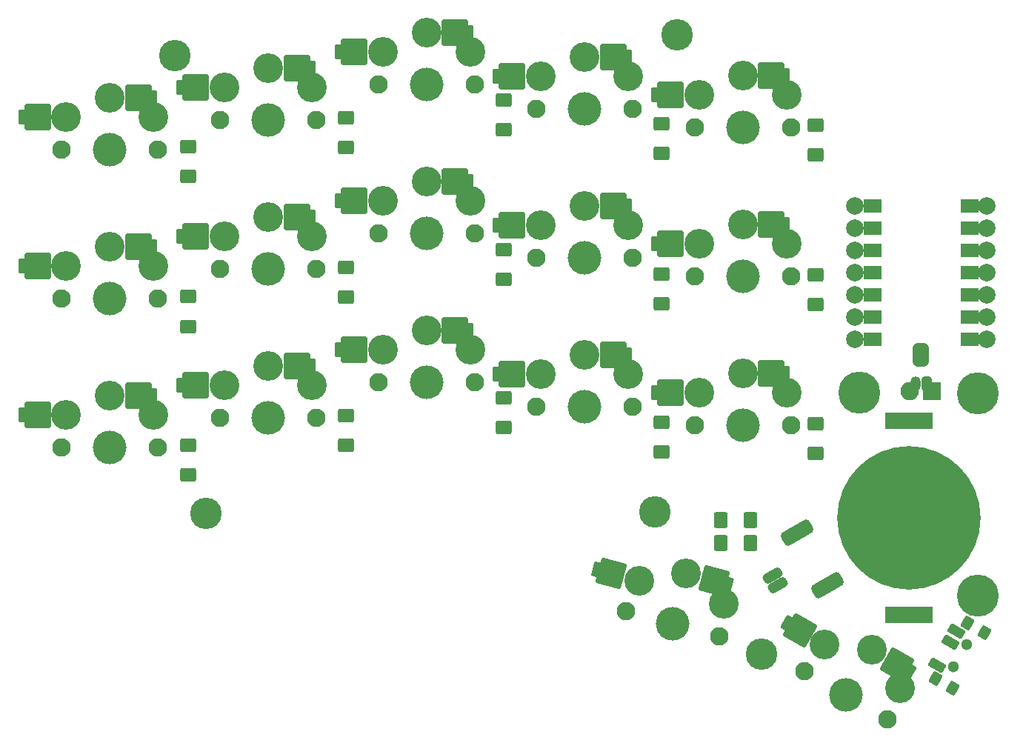
<source format=gts>
G04 #@! TF.GenerationSoftware,KiCad,Pcbnew,(6.0.6)*
G04 #@! TF.CreationDate,2022-07-13T21:04:56+08:00*
G04 #@! TF.ProjectId,Kretstr_d,4b726574-7374-472e-9464-2e6b69636164,rev?*
G04 #@! TF.SameCoordinates,Original*
G04 #@! TF.FileFunction,Soldermask,Top*
G04 #@! TF.FilePolarity,Negative*
%FSLAX46Y46*%
G04 Gerber Fmt 4.6, Leading zero omitted, Abs format (unit mm)*
G04 Created by KiCad (PCBNEW (6.0.6)) date 2022-07-13 21:04:56*
%MOMM*%
%LPD*%
G01*
G04 APERTURE LIST*
G04 Aperture macros list*
%AMRoundRect*
0 Rectangle with rounded corners*
0 $1 Rounding radius*
0 $2 $3 $4 $5 $6 $7 $8 $9 X,Y pos of 4 corners*
0 Add a 4 corners polygon primitive as box body*
4,1,4,$2,$3,$4,$5,$6,$7,$8,$9,$2,$3,0*
0 Add four circle primitives for the rounded corners*
1,1,$1+$1,$2,$3*
1,1,$1+$1,$4,$5*
1,1,$1+$1,$6,$7*
1,1,$1+$1,$8,$9*
0 Add four rect primitives between the rounded corners*
20,1,$1+$1,$2,$3,$4,$5,0*
20,1,$1+$1,$4,$5,$6,$7,0*
20,1,$1+$1,$6,$7,$8,$9,0*
20,1,$1+$1,$8,$9,$2,$3,0*%
%AMFreePoly0*
4,1,33,1.386777,1.480194,1.456367,1.424698,1.494986,1.344504,1.500000,1.300000,1.500000,-1.300000,1.480194,-1.386777,1.424698,-1.456367,1.344504,-1.494986,1.300000,-1.500000,-1.300000,-1.500000,-1.386777,-1.480194,-1.456367,-1.424698,-1.494986,-1.344504,-1.500000,-1.300000,-1.500000,-0.850000,-1.947000,-0.850000,-2.033777,-0.830194,-2.103366,-0.774698,-2.141985,-0.694504,-2.147000,-0.650000,
-2.147000,0.650000,-2.127194,0.736777,-2.071698,0.806366,-1.991504,0.844986,-1.947000,0.850000,-1.500001,0.850000,-1.500000,1.300000,-1.480194,1.386777,-1.424698,1.456367,-1.344504,1.494986,-1.300000,1.500000,1.300000,1.500000,1.386777,1.480194,1.386777,1.480194,$1*%
%AMFreePoly1*
4,1,33,1.386777,1.480194,1.456367,1.424698,1.494986,1.344504,1.500000,1.300000,1.500000,0.850000,1.976200,0.850000,2.062977,0.830194,2.132566,0.774698,2.171186,0.694504,2.176200,0.650000,2.176200,-0.650000,2.156394,-0.736777,2.100898,-0.806366,2.020704,-0.844985,1.976200,-0.850000,1.500001,-0.850000,1.500000,-1.300000,1.480194,-1.386777,1.424698,-1.456367,1.344504,-1.494986,
1.300000,-1.500000,-1.300000,-1.500000,-1.386777,-1.480194,-1.456367,-1.424698,-1.494986,-1.344504,-1.500000,-1.300000,-1.500000,1.300000,-1.480194,1.386777,-1.424698,1.456367,-1.344504,1.494986,-1.300000,1.500000,1.300000,1.500000,1.386777,1.480194,1.386777,1.480194,$1*%
%AMFreePoly2*
4,1,41,0.586777,0.930194,0.656366,0.874698,0.694986,0.794504,0.700000,0.750000,0.700000,-0.750000,0.680194,-0.836777,0.624698,-0.906366,0.544504,-0.944986,0.500000,-0.950000,0.000000,-0.950000,-0.023504,-0.944635,-0.083606,-0.943534,-0.139582,-0.934468,-0.274897,-0.892193,-0.326080,-0.867780,-0.444090,-0.789225,-0.486362,-0.751429,-0.577582,-0.642910,-0.607548,-0.594768,-0.664643,-0.465009,
-0.679893,-0.410393,-0.697476,-0.275933,-0.697084,-0.275882,-0.700000,-0.250000,-0.700000,0.250000,-0.697921,0.259109,-0.697582,0.286880,-0.675771,0.426957,-0.659192,0.481183,-0.598944,0.609508,-0.567811,0.656904,-0.473967,0.763162,-0.430783,0.799915,-0.310888,0.875563,-0.259125,0.898717,-0.122818,0.937674,-0.066635,0.945370,-0.042411,0.945222,0.000000,0.950000,0.500000,0.950000,
0.586777,0.930194,0.586777,0.930194,$1*%
%AMFreePoly3*
4,1,41,0.022678,0.944824,0.075125,0.944504,0.131210,0.936123,0.267031,0.895504,0.318507,0.871718,0.437469,0.794611,0.480202,0.757333,0.572740,0.649936,0.603290,0.602165,0.661967,0.473113,0.677883,0.418686,0.697980,0.278353,0.700000,0.250000,0.700000,-0.250000,0.699985,-0.252439,0.699836,-0.264655,0.697079,-0.295398,0.673559,-0.435199,0.656318,-0.489221,0.594506,-0.616800,
0.562797,-0.663810,0.467662,-0.768914,0.424032,-0.805137,0.303222,-0.879314,0.251181,-0.901834,0.114408,-0.939123,0.058135,-0.946132,0.037663,-0.945757,0.000000,-0.950000,-0.500000,-0.950000,-0.586777,-0.930194,-0.656366,-0.874698,-0.694986,-0.794504,-0.700000,-0.750000,-0.700000,0.750000,-0.680194,0.836777,-0.624698,0.906366,-0.544504,0.944986,-0.500000,0.950000,0.000000,0.950000,
0.022678,0.944824,0.022678,0.944824,$1*%
%AMFreePoly4*
4,1,22,0.686777,0.580194,0.756366,0.524698,0.794986,0.444504,0.800000,0.400000,0.800000,0.200000,0.780194,0.113223,0.741421,0.058579,0.141421,-0.541421,0.066056,-0.588777,-0.022393,-0.598742,-0.106406,-0.569345,-0.141421,-0.541421,-0.741421,0.058579,-0.788777,0.133944,-0.800000,0.200000,-0.800000,0.400000,-0.780194,0.486777,-0.724698,0.556366,-0.644504,0.594986,-0.600000,0.600000,
0.600000,0.600000,0.686777,0.580194,0.686777,0.580194,$1*%
%AMFreePoly5*
4,1,26,0.706406,1.169345,0.769345,1.106406,0.798742,1.022393,0.800000,1.000000,0.800000,-0.250000,0.780194,-0.336777,0.724698,-0.406366,0.644504,-0.444986,0.600000,-0.450000,-0.600000,-0.450000,-0.686777,-0.430194,-0.756366,-0.374698,-0.794986,-0.294504,-0.800000,-0.250000,-0.800000,1.000000,-0.780194,1.086777,-0.724698,1.156366,-0.644504,1.194986,-0.555496,1.194986,-0.475302,1.156366,
-0.458579,1.141421,0.000000,0.682842,0.458579,1.141421,0.533944,1.188777,0.622393,1.198742,0.706406,1.169345,0.706406,1.169345,$1*%
G04 Aperture macros list end*
%ADD10C,0.100000*%
%ADD11C,3.400000*%
%ADD12C,2.101800*%
%ADD13C,3.829000*%
%ADD14FreePoly0,165.000000*%
%ADD15FreePoly1,165.000000*%
%ADD16RoundRect,0.400000X0.200000X0.450000X-0.200000X0.450000X-0.200000X-0.450000X0.200000X-0.450000X0*%
%ADD17O,1.200000X1.700000*%
%ADD18FreePoly0,180.000000*%
%ADD19FreePoly1,180.000000*%
%ADD20RoundRect,0.200000X0.700000X-0.600000X0.700000X0.600000X-0.700000X0.600000X-0.700000X-0.600000X0*%
%ADD21C,3.600000*%
%ADD22FreePoly2,90.000000*%
%ADD23FreePoly3,90.000000*%
%ADD24RoundRect,0.200000X0.600000X0.700000X-0.600000X0.700000X-0.600000X-0.700000X0.600000X-0.700000X0*%
%ADD25RoundRect,0.200000X2.540000X-0.768600X2.540000X0.768600X-2.540000X0.768600X-2.540000X-0.768600X0*%
%ADD26C,16.400000*%
%ADD27FreePoly0,150.000000*%
%ADD28FreePoly1,150.000000*%
%ADD29RoundRect,0.400000X0.749519X0.201795X0.549519X0.548205X-0.749519X-0.201795X-0.549519X-0.548205X0*%
%ADD30RoundRect,0.450000X1.434086X0.366090X1.034086X1.058910X-1.434086X-0.366090X-1.034086X-1.058910X0*%
%ADD31C,2.000000*%
%ADD32FreePoly4,270.000000*%
%ADD33FreePoly4,90.000000*%
%ADD34FreePoly5,90.000000*%
%ADD35FreePoly5,270.000000*%
%ADD36RoundRect,0.200000X-0.850000X0.850000X-0.850000X-0.850000X0.850000X-0.850000X0.850000X0.850000X0*%
%ADD37O,2.100000X2.100000*%
%ADD38C,4.800000*%
%ADD39RoundRect,0.200000X0.096410X-0.633013X0.596410X0.233013X-0.096410X0.633013X-0.596410X-0.233013X0*%
%ADD40C,1.300000*%
%ADD41RoundRect,0.200000X0.474519X-0.678109X0.824519X-0.071891X-0.474519X0.678109X-0.824519X0.071891X0*%
G04 APERTURE END LIST*
G36*
X188341890Y-82337115D02*
G01*
X187325890Y-82337115D01*
X187325890Y-81321115D01*
X188341890Y-81321115D01*
X188341890Y-82337115D01*
G37*
D10*
X188341890Y-82337115D02*
X187325890Y-82337115D01*
X187325890Y-81321115D01*
X188341890Y-81321115D01*
X188341890Y-82337115D01*
G36*
X188341890Y-84877115D02*
G01*
X187325890Y-84877115D01*
X187325890Y-83861115D01*
X188341890Y-83861115D01*
X188341890Y-84877115D01*
G37*
X188341890Y-84877115D02*
X187325890Y-84877115D01*
X187325890Y-83861115D01*
X188341890Y-83861115D01*
X188341890Y-84877115D01*
G36*
X176962690Y-89957115D02*
G01*
X175946690Y-89957115D01*
X175946690Y-88941115D01*
X176962690Y-88941115D01*
X176962690Y-89957115D01*
G37*
X176962690Y-89957115D02*
X175946690Y-89957115D01*
X175946690Y-88941115D01*
X176962690Y-88941115D01*
X176962690Y-89957115D01*
G36*
X188341890Y-87417115D02*
G01*
X187325890Y-87417115D01*
X187325890Y-86401115D01*
X188341890Y-86401115D01*
X188341890Y-87417115D01*
G37*
X188341890Y-87417115D02*
X187325890Y-87417115D01*
X187325890Y-86401115D01*
X188341890Y-86401115D01*
X188341890Y-87417115D01*
G36*
X188341890Y-89957115D02*
G01*
X187325890Y-89957115D01*
X187325890Y-88941115D01*
X188341890Y-88941115D01*
X188341890Y-89957115D01*
G37*
X188341890Y-89957115D02*
X187325890Y-89957115D01*
X187325890Y-88941115D01*
X188341890Y-88941115D01*
X188341890Y-89957115D01*
G36*
X188341890Y-79797115D02*
G01*
X187325890Y-79797115D01*
X187325890Y-78781115D01*
X188341890Y-78781115D01*
X188341890Y-79797115D01*
G37*
X188341890Y-79797115D02*
X187325890Y-79797115D01*
X187325890Y-78781115D01*
X188341890Y-78781115D01*
X188341890Y-79797115D01*
G36*
X176962690Y-84877115D02*
G01*
X175946690Y-84877115D01*
X175946690Y-83861115D01*
X176962690Y-83861115D01*
X176962690Y-84877115D01*
G37*
X176962690Y-84877115D02*
X175946690Y-84877115D01*
X175946690Y-83861115D01*
X176962690Y-83861115D01*
X176962690Y-84877115D01*
G36*
X176962690Y-82337115D02*
G01*
X175946690Y-82337115D01*
X175946690Y-81321115D01*
X176962690Y-81321115D01*
X176962690Y-82337115D01*
G37*
X176962690Y-82337115D02*
X175946690Y-82337115D01*
X175946690Y-81321115D01*
X176962690Y-81321115D01*
X176962690Y-82337115D01*
G36*
X188341890Y-77257115D02*
G01*
X187325890Y-77257115D01*
X187325890Y-76241115D01*
X188341890Y-76241115D01*
X188341890Y-77257115D01*
G37*
X188341890Y-77257115D02*
X187325890Y-77257115D01*
X187325890Y-76241115D01*
X188341890Y-76241115D01*
X188341890Y-77257115D01*
G36*
X176962690Y-79797115D02*
G01*
X175946690Y-79797115D01*
X175946690Y-78781115D01*
X176962690Y-78781115D01*
X176962690Y-79797115D01*
G37*
X176962690Y-79797115D02*
X175946690Y-79797115D01*
X175946690Y-78781115D01*
X176962690Y-78781115D01*
X176962690Y-79797115D01*
G36*
X176962690Y-87417115D02*
G01*
X175946690Y-87417115D01*
X175946690Y-86401115D01*
X176962690Y-86401115D01*
X176962690Y-87417115D01*
G37*
X176962690Y-87417115D02*
X175946690Y-87417115D01*
X175946690Y-86401115D01*
X176962690Y-86401115D01*
X176962690Y-87417115D01*
G36*
X176962690Y-74717115D02*
G01*
X175946690Y-74717115D01*
X175946690Y-73701115D01*
X176962690Y-73701115D01*
X176962690Y-74717115D01*
G37*
X176962690Y-74717115D02*
X175946690Y-74717115D01*
X175946690Y-73701115D01*
X176962690Y-73701115D01*
X176962690Y-74717115D01*
G36*
X176962690Y-77257115D02*
G01*
X175946690Y-77257115D01*
X175946690Y-76241115D01*
X176962690Y-76241115D01*
X176962690Y-77257115D01*
G37*
X176962690Y-77257115D02*
X175946690Y-77257115D01*
X175946690Y-76241115D01*
X176962690Y-76241115D01*
X176962690Y-77257115D01*
G36*
X188341890Y-74717115D02*
G01*
X187325890Y-74717115D01*
X187325890Y-73701115D01*
X188341890Y-73701115D01*
X188341890Y-74717115D01*
G37*
X188341890Y-74717115D02*
X187325890Y-74717115D01*
X187325890Y-73701115D01*
X188341890Y-73701115D01*
X188341890Y-74717115D01*
D11*
X159557724Y-119665499D03*
D12*
X148444931Y-120570121D03*
D11*
X149898465Y-117077309D03*
D12*
X159070115Y-123417131D03*
D13*
X153757523Y-121993626D03*
D11*
X155297496Y-116246367D03*
D14*
X158460903Y-117094000D03*
D15*
X146735058Y-116229677D03*
D16*
X182769290Y-94570649D03*
D17*
X181519290Y-94570649D03*
D11*
X120600890Y-56611115D03*
X130600890Y-56611115D03*
D13*
X125600890Y-60361115D03*
D12*
X120100890Y-60361115D03*
D11*
X125600890Y-54411115D03*
D12*
X131100890Y-60361115D03*
D18*
X128875890Y-54411115D03*
D19*
X117325890Y-56611115D03*
D20*
X170115248Y-68395706D03*
X170115248Y-64995706D03*
X116419648Y-84645706D03*
X116419648Y-81245706D03*
D21*
X154239551Y-54643314D03*
D22*
X182144290Y-91897710D03*
D23*
X182144290Y-90597710D03*
D20*
X98385648Y-104968906D03*
X98385648Y-101568906D03*
D12*
X102016090Y-98467115D03*
D11*
X107516090Y-92517115D03*
X112516090Y-94717115D03*
D13*
X107516090Y-98467115D03*
D11*
X102516090Y-94717115D03*
D12*
X113016090Y-98467115D03*
D18*
X110791090Y-92517115D03*
D19*
X99241090Y-94717115D03*
D20*
X98385648Y-87998706D03*
X98385648Y-84598706D03*
D12*
X156270490Y-99330715D03*
X167270490Y-99330715D03*
D11*
X166770490Y-95580715D03*
X156770490Y-95580715D03*
X161770490Y-93380715D03*
D13*
X161770490Y-99330715D03*
D18*
X165045490Y-93380715D03*
D19*
X153495490Y-95580715D03*
D24*
X162661900Y-112780483D03*
X159261900Y-112780483D03*
D21*
X96835551Y-57056314D03*
D25*
X180735890Y-120981914D03*
X180735890Y-98744714D03*
D26*
X180735890Y-109863314D03*
D24*
X162661900Y-110088083D03*
X159261900Y-110088083D03*
D11*
X89431290Y-78902915D03*
D12*
X94931290Y-84852915D03*
D11*
X94431290Y-81102915D03*
X84431290Y-81102915D03*
D13*
X89431290Y-84852915D03*
D12*
X83931290Y-84852915D03*
D18*
X92706290Y-78902915D03*
D19*
X81156290Y-81102915D03*
D21*
X100391551Y-109380314D03*
D11*
X166770490Y-61544715D03*
D12*
X167270490Y-65294715D03*
D13*
X161770490Y-65294715D03*
D11*
X156770490Y-61544715D03*
X161770490Y-59344715D03*
D12*
X156270490Y-65294715D03*
D18*
X165045490Y-59344715D03*
D19*
X153495490Y-61544715D03*
D21*
X163934523Y-125422626D03*
D13*
X173569523Y-130121626D03*
D11*
X171114396Y-124374031D03*
X176544523Y-124968775D03*
X179774650Y-129374031D03*
D12*
X168806383Y-127371626D03*
X178332663Y-132871626D03*
D27*
X179380756Y-126606275D03*
D28*
X168278163Y-122736531D03*
D11*
X89431290Y-95870115D03*
D13*
X89431290Y-101820115D03*
D12*
X94931290Y-101820115D03*
X83931290Y-101820115D03*
D11*
X84431290Y-98070115D03*
X94431290Y-98070115D03*
D18*
X92706290Y-95870115D03*
D19*
X81156290Y-98070115D03*
D11*
X107516090Y-75499115D03*
X112516090Y-77699115D03*
D12*
X102016090Y-81449115D03*
X113016090Y-81449115D03*
D13*
X107516090Y-81449115D03*
D11*
X102516090Y-77699115D03*
D18*
X110791090Y-75499115D03*
D19*
X99241090Y-77699115D03*
D20*
X134453648Y-65491106D03*
X134453648Y-62091106D03*
D13*
X143685690Y-97197115D03*
D12*
X149185690Y-97197115D03*
D11*
X148685690Y-93447115D03*
X138685690Y-93447115D03*
D12*
X138185690Y-97197115D03*
D11*
X143685690Y-91247115D03*
D18*
X146960690Y-91247115D03*
D19*
X135410690Y-93447115D03*
D12*
X131100890Y-77379115D03*
D11*
X120600890Y-73629115D03*
X130600890Y-73629115D03*
X125600890Y-71429115D03*
D13*
X125600890Y-77379115D03*
D12*
X120100890Y-77379115D03*
D18*
X128875890Y-71429115D03*
D19*
X117325890Y-73629115D03*
D29*
X165799215Y-117588038D03*
X165174215Y-116505506D03*
D30*
X167971089Y-111599834D03*
X171446089Y-117618710D03*
D20*
X152487648Y-68240106D03*
X152487648Y-64840106D03*
X98385648Y-70882106D03*
X98385648Y-67482106D03*
D11*
X138685690Y-76429115D03*
D12*
X149185690Y-80179115D03*
D13*
X143685690Y-80179115D03*
D11*
X148685690Y-76429115D03*
D12*
X138185690Y-80179115D03*
D11*
X143685690Y-74229115D03*
D18*
X146960690Y-74229115D03*
D19*
X135410690Y-76429115D03*
D31*
X174585490Y-76749115D03*
D32*
X188087890Y-74209115D03*
D31*
X189688090Y-84369115D03*
X174585490Y-79289115D03*
X189688090Y-79289115D03*
X174585490Y-84369115D03*
D32*
X188087890Y-84369115D03*
D33*
X176200690Y-84369115D03*
D31*
X174585490Y-74209115D03*
X189688090Y-76749115D03*
X174585490Y-89449115D03*
D32*
X188087890Y-86909115D03*
X188087890Y-79289115D03*
X188087890Y-76749115D03*
D31*
X189688090Y-81829115D03*
X174585490Y-81829115D03*
X189688090Y-86909115D03*
X174585490Y-86909115D03*
D33*
X176200690Y-81829115D03*
X176200690Y-86909115D03*
X176200690Y-76749115D03*
D31*
X189688090Y-89449115D03*
D32*
X188087890Y-89449115D03*
D33*
X176200690Y-79289115D03*
X176200690Y-74209115D03*
D31*
X189688090Y-74209115D03*
D33*
X176200690Y-89449115D03*
D32*
X188087890Y-81829115D03*
D34*
X177216690Y-74209115D03*
X177216690Y-76749115D03*
X177216690Y-79289115D03*
X177216690Y-81829115D03*
X177216690Y-84369115D03*
X177216690Y-86909115D03*
X177216690Y-89449115D03*
D35*
X187071890Y-89449115D03*
X187071890Y-86909115D03*
X187071890Y-84369115D03*
X187071890Y-81829115D03*
X187071890Y-79289115D03*
X187071890Y-76749115D03*
X187071890Y-74209115D03*
D13*
X89431290Y-67784115D03*
D12*
X94931290Y-67784115D03*
D11*
X94431290Y-64034115D03*
D12*
X83931290Y-67784115D03*
D11*
X84431290Y-64034115D03*
X89431290Y-61834115D03*
D18*
X92706290Y-61834115D03*
D19*
X81156290Y-64034115D03*
D20*
X170115248Y-85512306D03*
X170115248Y-82112306D03*
D21*
X151710289Y-109185910D03*
D20*
X170115248Y-102482506D03*
X170115248Y-99082506D03*
D36*
X183394290Y-95380453D03*
D37*
X180854290Y-95380453D03*
D20*
X152487648Y-102377906D03*
X152487648Y-98977906D03*
D38*
X188667265Y-95626915D03*
D39*
X185733199Y-129334524D03*
D40*
X187355571Y-124324493D03*
D39*
X189383199Y-123012538D03*
X183819283Y-128229524D03*
D40*
X185855571Y-126922569D03*
D39*
X187469283Y-121907538D03*
D41*
X183956367Y-126692088D03*
X185456367Y-124094012D03*
X186206367Y-122794974D03*
D38*
X188667265Y-118778325D03*
D12*
X131100890Y-94397115D03*
X120100890Y-94397115D03*
D13*
X125600890Y-94397115D03*
D11*
X130600890Y-90647115D03*
X120600890Y-90647115D03*
X125600890Y-88447115D03*
D18*
X128875890Y-88447115D03*
D19*
X117325890Y-90647115D03*
D20*
X116419648Y-67529106D03*
X116419648Y-64129106D03*
X134453648Y-82607706D03*
X134453648Y-79207706D03*
X152487648Y-85407706D03*
X152487648Y-82007706D03*
D11*
X102516090Y-60681115D03*
D12*
X102016090Y-64431115D03*
D11*
X112516090Y-60681115D03*
D12*
X113016090Y-64431115D03*
D13*
X107516090Y-64431115D03*
D11*
X107516090Y-58481115D03*
D18*
X110791090Y-58481115D03*
D19*
X99241090Y-60681115D03*
D38*
X175078265Y-95576115D03*
D11*
X161770490Y-76362715D03*
D12*
X167270490Y-82312715D03*
D11*
X156770490Y-78562715D03*
X166770490Y-78562715D03*
D13*
X161770490Y-82312715D03*
D12*
X156270490Y-82312715D03*
D18*
X165045490Y-76362715D03*
D19*
X153495490Y-78562715D03*
D20*
X134453648Y-99577906D03*
X134453648Y-96177906D03*
X116419648Y-101615906D03*
X116419648Y-98215906D03*
D13*
X143685690Y-63160915D03*
D12*
X149185690Y-63160915D03*
D11*
X148685690Y-59410915D03*
X143685690Y-57210915D03*
X138685690Y-59410915D03*
D12*
X138185690Y-63160915D03*
D18*
X146960690Y-57210915D03*
D19*
X135410690Y-59410915D03*
D40*
X187355571Y-124324493D03*
X185855571Y-126922569D03*
M02*

</source>
